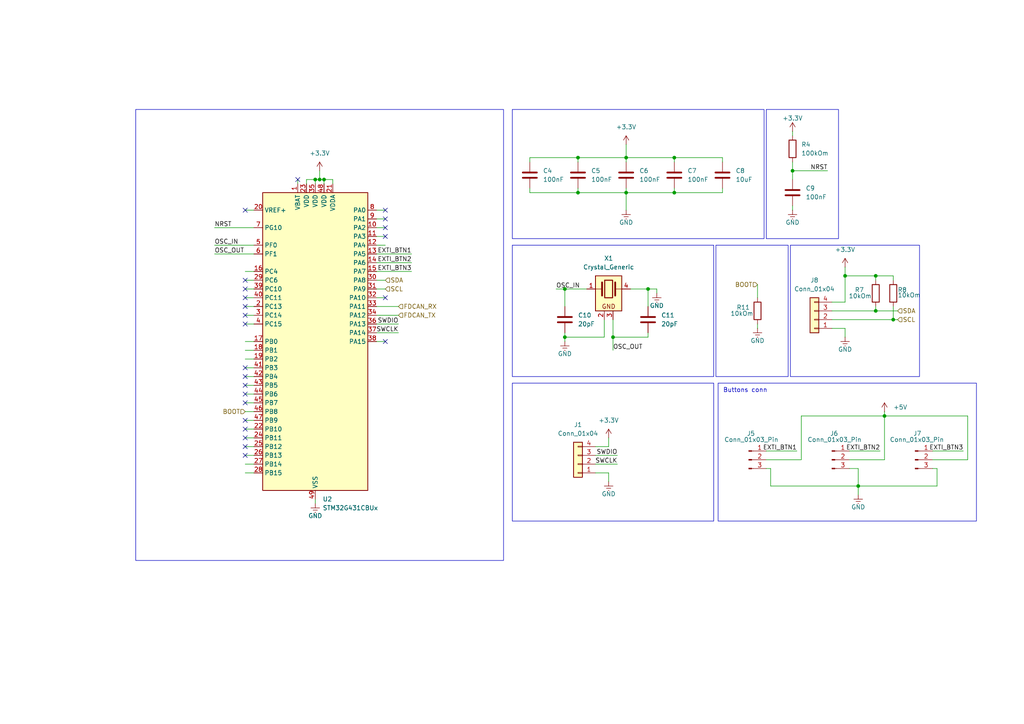
<source format=kicad_sch>
(kicad_sch (version 20250114) (generator "eeschema") (generator_version "9.0")
  (paper "A4")
  (lib_symbols
    (symbol "Connector:Conn_01x03_Pin" (pin_names (offset 1.016) (hide yes))
      (property "Reference" "J" (at 0 5.08 0))
      (property "Value" "Conn_01x03_Pin" (at 0 -5.08 0))
      (symbol "Conn_01x03_Pin_1_1"
        (rectangle (start 0.8636 2.667) (end 0 2.413) (stroke (width 0.1524)) (fill (type outline)))
        (rectangle (start 0.8636 0.127) (end 0 -0.127) (stroke (width 0.1524)) (fill (type outline)))
        (rectangle (start 0.8636 -2.413) (end 0 -2.667) (stroke (width 0.1524)) (fill (type outline)))
        (polyline (pts (xy 1.27 2.54) (xy 0.8636 2.54)) (stroke (width 0.1524)))
        (polyline (pts (xy 1.27 0) (xy 0.8636 0)) (stroke (width 0.1524)))
        (polyline (pts (xy 1.27 -2.54) (xy 0.8636 -2.54)) (stroke (width 0.1524)))
        (pin passive line (at 5.08 2.54 180) (length 3.81) (name "Pin_1") (number "1"))
        (pin passive line (at 5.08 0 180) (length 3.81) (name "Pin_2") (number "2"))
        (pin passive line (at 5.08 -2.54 180) (length 3.81) (name "Pin_3") (number "3"))
      )
    )
    (symbol "Connector_Generic:Conn_01x04" (pin_names (offset 1.016) (hide yes))
      (property "Reference" "J" (at 0 5.08 0))
      (property "Value" "Conn_01x04" (at 0 -7.62 0))
      (symbol "Conn_01x04_1_1"
        (rectangle (start -1.27 3.81) (end 1.27 -6.35) (stroke (width 0.254)) (fill (type background)))
        (rectangle (start -1.27 2.667) (end 0 2.413) (stroke (width 0.1524)))
        (rectangle (start -1.27 0.127) (end 0 -0.127) (stroke (width 0.1524)))
        (rectangle (start -1.27 -2.413) (end 0 -2.667) (stroke (width 0.1524)))
        (rectangle (start -1.27 -4.953) (end 0 -5.207) (stroke (width 0.1524)))
        (pin passive line (at -5.08 2.54 0) (length 3.81) (name "Pin_1") (number "1"))
        (pin passive line (at -5.08 0 0) (length 3.81) (name "Pin_2") (number "2"))
        (pin passive line (at -5.08 -2.54 0) (length 3.81) (name "Pin_3") (number "3"))
        (pin passive line (at -5.08 -5.08 0) (length 3.81) (name "Pin_4") (number "4"))
      )
    )
    (symbol "Device:C" (pin_numbers (hide yes)) (pin_names (offset 0.254))
      (property "Reference" "C" (at 0.635 2.54 0))
      (property "Value" "C" (at 0.635 -2.54 0))
      (symbol "C_0_1"
        (polyline (pts (xy -2.032 0.762) (xy 2.032 0.762)) (stroke (width 0.508)))
        (polyline (pts (xy -2.032 -0.762) (xy 2.032 -0.762)) (stroke (width 0.508)))
      )
      (symbol "C_1_1"
        (pin passive line (at 0 3.81 270) (length 2.794) (name "~") (number "1"))
        (pin passive line (at 0 -3.81 90) (length 2.794) (name "~") (number "2"))
      )
    )
    (symbol "Device:R" (pin_numbers (hide yes)) (pin_names (offset 0))
      (property "Reference" "R" (at 2.032 0 90))
      (property "Value" "R" (at 0 0 90))
      (symbol "R_0_1"
        (rectangle (start -1.016 -2.54) (end 1.016 2.54) (stroke (width 0.254)))
      )
      (symbol "R_1_1"
        (pin passive line (at 0 3.81 270) (length 1.27) (name "~") (number "1"))
        (pin passive line (at 0 -3.81 90) (length 1.27) (name "~") (number "2"))
      )
    )
    (symbol "MCU_ST_STM32G4:STM32G431CBUx"
      (property "Reference" "U" (at -15.24 44.45 0))
      (property "Value" "STM32G431CBUx" (at 7.62 44.45 0))
      (symbol "STM32G431CBUx_0_1"
        (rectangle (start -15.24 -43.18) (end 15.24 43.18) (stroke (width 0.254)) (fill (type background)))
      )
      (symbol "STM32G431CBUx_1_1"
        (pin input line (at -17.78 38.1 0) (length 2.54) (name "VREF+") (number "20"))
        (pin bidirectional line (at -17.78 33.02 0) (length 2.54) (name "PG10") (number "7"))
        (pin bidirectional line (at -17.78 27.94 0) (length 2.54) (name "PF0") (number "5"))
        (pin bidirectional line (at -17.78 25.4 0) (length 2.54) (name "PF1") (number "6"))
        (pin bidirectional line (at -17.78 20.32 0) (length 2.54) (name "PC4") (number "16"))
        (pin bidirectional line (at -17.78 17.78 0) (length 2.54) (name "PC6") (number "29"))
        (pin bidirectional line (at -17.78 15.24 0) (length 2.54) (name "PC10") (number "39"))
        (pin bidirectional line (at -17.78 12.7 0) (length 2.54) (name "PC11") (number "40"))
        (pin bidirectional line (at -17.78 10.16 0) (length 2.54) (name "PC13") (number "2"))
        (pin bidirectional line (at -17.78 7.62 0) (length 2.54) (name "PC14") (number "3"))
        (pin bidirectional line (at -17.78 5.08 0) (length 2.54) (name "PC15") (number "4"))
        (pin bidirectional line (at -17.78 0 0) (length 2.54) (name "PB0") (number "17"))
        (pin bidirectional line (at -17.78 -2.54 0) (length 2.54) (name "PB1") (number "18"))
        (pin bidirectional line (at -17.78 -5.08 0) (length 2.54) (name "PB2") (number "19"))
        (pin bidirectional line (at -17.78 -7.62 0) (length 2.54) (name "PB3") (number "41"))
        (pin bidirectional line (at -17.78 -10.16 0) (length 2.54) (name "PB4") (number "42"))
        (pin bidirectional line (at -17.78 -12.7 0) (length 2.54) (name "PB5") (number "43"))
        (pin bidirectional line (at -17.78 -15.24 0) (length 2.54) (name "PB6") (number "44"))
        (pin bidirectional line (at -17.78 -17.78 0) (length 2.54) (name "PB7") (number "45"))
        (pin bidirectional line (at -17.78 -20.32 0) (length 2.54) (name "PB8") (number "46"))
        (pin bidirectional line (at -17.78 -22.86 0) (length 2.54) (name "PB9") (number "47"))
        (pin bidirectional line (at -17.78 -25.4 0) (length 2.54) (name "PB10") (number "22"))
        (pin bidirectional line (at -17.78 -27.94 0) (length 2.54) (name "PB11") (number "24"))
        (pin bidirectional line (at -17.78 -30.48 0) (length 2.54) (name "PB12") (number "25"))
        (pin bidirectional line (at -17.78 -33.02 0) (length 2.54) (name "PB13") (number "26"))
        (pin bidirectional line (at -17.78 -35.56 0) (length 2.54) (name "PB14") (number "27"))
        (pin bidirectional line (at -17.78 -38.1 0) (length 2.54) (name "PB15") (number "28"))
        (pin power_in line (at -5.08 45.72 270) (length 2.54) (name "VBAT") (number "1"))
        (pin power_in line (at -2.54 45.72 270) (length 2.54) (name "VDD") (number "23"))
        (pin power_in line (at 0 45.72 270) (length 2.54) (name "VDD") (number "35"))
        (pin power_in line (at 0 -45.72 90) (length 2.54) (name "VSS") (number "49"))
        (pin power_in line (at 2.54 45.72 270) (length 2.54) (name "VDD") (number "48"))
        (pin power_in line (at 5.08 45.72 270) (length 2.54) (name "VDDA") (number "21"))
        (pin bidirectional line (at 17.78 38.1 180) (length 2.54) (name "PA0") (number "8"))
        (pin bidirectional line (at 17.78 35.56 180) (length 2.54) (name "PA1") (number "9"))
        (pin bidirectional line (at 17.78 33.02 180) (length 2.54) (name "PA2") (number "10"))
        (pin bidirectional line (at 17.78 30.48 180) (length 2.54) (name "PA3") (number "11"))
        (pin bidirectional line (at 17.78 27.94 180) (length 2.54) (name "PA4") (number "12"))
        (pin bidirectional line (at 17.78 25.4 180) (length 2.54) (name "PA5") (number "13"))
        (pin bidirectional line (at 17.78 22.86 180) (length 2.54) (name "PA6") (number "14"))
        (pin bidirectional line (at 17.78 20.32 180) (length 2.54) (name "PA7") (number "15"))
        (pin bidirectional line (at 17.78 17.78 180) (length 2.54) (name "PA8") (number "30"))
        (pin bidirectional line (at 17.78 15.24 180) (length 2.54) (name "PA9") (number "31"))
        (pin bidirectional line (at 17.78 12.7 180) (length 2.54) (name "PA10") (number "32"))
        (pin bidirectional line (at 17.78 10.16 180) (length 2.54) (name "PA11") (number "33"))
        (pin bidirectional line (at 17.78 7.62 180) (length 2.54) (name "PA12") (number "34"))
        (pin bidirectional line (at 17.78 5.08 180) (length 2.54) (name "PA13") (number "36"))
        (pin bidirectional line (at 17.78 2.54 180) (length 2.54) (name "PA14") (number "37"))
        (pin bidirectional line (at 17.78 0 180) (length 2.54) (name "PA15") (number "38"))
      )
    )
    (symbol "PCM_Crystal_AKL:Crystal_Generic_GND23" (pin_names (offset 1.016) (hide yes))
      (property "Reference" "X" (at 0 8.89 0))
      (property "Value" "Crystal_Generic" (at 0 6.35 0))
      (symbol "Crystal_Generic_GND23_0_1"
        (rectangle (start -3.81 3.81) (end 3.81 -6.35) (stroke (width 0.254)) (fill (type background)))
        (polyline (pts (xy -3.81 0) (xy -1.905 0)))
        (polyline (pts (xy -1.905 -1.905) (xy -1.905 1.905)) (stroke (width 0.508)))
        (rectangle (start -1.143 2.54) (end 1.143 -2.54) (stroke (width 0.3048)))
        (polyline (pts (xy 1.905 -1.905) (xy 1.905 1.905)) (stroke (width 0.508)))
        (polyline (pts (xy 3.81 0) (xy 1.905 0)))
        (text "GND" (at 0 -5.08 0) (effects (font (size 1.27 1.27))))
      )
      (symbol "Crystal_Generic_GND23_1_1"
        (pin passive line (at -6.35 0 0) (length 2.54) (name "1") (number "1"))
        (pin passive line (at -1.27 -8.89 90) (length 2.54) (name "2") (number "2"))
        (pin passive line (at 1.27 -8.89 90) (length 2.54) (name "3") (number "3"))
        (pin passive line (at 6.35 0 180) (length 2.54) (name "4") (number "4"))
      )
    )
    (symbol "power:+3.3V" (power) (pin_numbers (hide yes)) (pin_names (offset 0) (hide yes))
      (property "Value" "+3.3V" (at 0 3.556 0))
      (symbol "+3.3V_0_1"
        (polyline (pts (xy -0.762 1.27) (xy 0 2.54)))
        (polyline (pts (xy 0 2.54) (xy 0.762 1.27)))
        (polyline (pts (xy 0 0) (xy 0 2.54)))
      )
      (symbol "+3.3V_1_1"
        (pin power_in line (at 0 0 90) (length 0) (name "~") (number "1"))
      )
    )
    (symbol "power:Earth" (power) (pin_numbers (hide yes)) (pin_names (offset 0) (hide yes))
      (property "Value" "Earth" (at 0 -3.81 0))
      (symbol "Earth_0_1"
        (polyline (pts (xy -0.635 -1.905) (xy 0.635 -1.905)))
        (polyline (pts (xy -0.127 -2.54) (xy 0.127 -2.54)))
        (polyline (pts (xy 0 -1.27) (xy 0 0)))
        (polyline (pts (xy 1.27 -1.27) (xy -1.27 -1.27)))
      )
      (symbol "Earth_1_1"
        (pin power_in line (at 0 0 270) (length 0) (name "~") (number "1"))
      )
    )
  )
  (rectangle (start 222.25 31.75) (end 243.205 69.215))
  (rectangle (start 207.645 71.12) (end 228.6 109.22))
  (rectangle (start 148.59 31.75) (end 221.615 69.215))
  (rectangle (start 148.59 111.125) (end 207.01 151.13))
  (rectangle (start 148.59 71.12) (end 207.01 109.22))
  (rectangle (start 229.235 71.12) (end 266.7 109.22))
  (rectangle (start 208.28 111.125) (end 283.21 151.13))
  (rectangle (start 39.37 31.75) (end 146.05 162.56))
  (text "Buttons conn\n" (at 216.154 113.284 0) (effects (font (size 1.27 1.27))))
  (junction (at 248.92 140.97))
  (junction (at 163.83 83.82))
  (junction (at 177.8 97.79))
  (junction (at 181.61 55.88))
  (junction (at 254 90.17))
  (junction (at 91.44 52.07))
  (junction (at 163.83 97.79))
  (junction (at 93.98 52.07))
  (junction (at 187.96 83.82))
  (junction (at 229.87 49.53))
  (junction (at 195.58 55.88))
  (junction (at 167.64 45.72))
  (junction (at 167.64 55.88))
  (junction (at 195.58 45.72))
  (junction (at 254 80.01))
  (junction (at 259.08 92.71))
  (junction (at 245.11 80.01))
  (junction (at 92.71 52.07))
  (junction (at 181.61 45.72))
  (junction (at 256.54 120.65))
  (no_connect (at 71.12 83.82))
  (no_connect (at 71.12 109.22))
  (no_connect (at 71.12 81.28))
  (no_connect (at 71.12 91.44))
  (no_connect (at 71.12 106.68))
  (no_connect (at 71.12 86.36))
  (no_connect (at 71.12 116.84))
  (no_connect (at 86.36 52.07))
  (no_connect (at 71.12 124.46))
  (no_connect (at 111.76 60.96))
  (no_connect (at 111.76 68.58))
  (no_connect (at 111.76 66.04))
  (no_connect (at 71.12 60.96))
  (no_connect (at 71.12 132.08))
  (no_connect (at 71.12 93.98))
  (no_connect (at 111.76 86.36))
  (no_connect (at 71.12 121.92))
  (no_connect (at 71.12 111.76))
  (no_connect (at 111.76 99.06))
  (no_connect (at 71.12 88.9))
  (no_connect (at 71.12 127))
  (no_connect (at 71.12 129.54))
  (no_connect (at 71.12 114.3))
  (no_connect (at 111.76 63.5))
  (wire (pts (xy 256.54 120.65) (xy 256.54 133.35)))
  (wire (pts (xy 219.71 93.98) (xy 219.71 95.25)))
  (wire (pts (xy 109.22 76.2) (xy 119.38 76.2)))
  (wire (pts (xy 71.12 106.68) (xy 73.66 106.68)))
  (wire (pts (xy 241.3 87.63) (xy 245.11 87.63)))
  (wire (pts (xy 71.12 78.74) (xy 73.66 78.74)))
  (wire (pts (xy 71.12 111.76) (xy 73.66 111.76)))
  (wire (pts (xy 241.3 95.25) (xy 245.11 95.25)))
  (wire (pts (xy 280.67 133.35) (xy 280.67 120.65)))
  (wire (pts (xy 223.52 140.97) (xy 223.52 135.89)))
  (wire (pts (xy 109.22 93.98) (xy 115.57 93.98)))
  (wire (pts (xy 195.58 55.88) (xy 209.55 55.88)))
  (wire (pts (xy 109.22 66.04) (xy 111.76 66.04)))
  (wire (pts (xy 172.72 137.16) (xy 176.53 137.16)))
  (wire (pts (xy 161.29 83.82) (xy 163.83 83.82)))
  (wire (pts (xy 181.61 46.99) (xy 181.61 45.72)))
  (wire (pts (xy 71.12 124.46) (xy 73.66 124.46)))
  (wire (pts (xy 71.12 121.92) (xy 73.66 121.92)))
  (wire (pts (xy 256.54 119.38) (xy 256.54 120.65)))
  (wire (pts (xy 248.92 140.97) (xy 248.92 143.51)))
  (wire (pts (xy 176.53 129.54) (xy 176.53 127)))
  (wire (pts (xy 223.52 135.89) (xy 222.25 135.89)))
  (wire (pts (xy 153.67 45.72) (xy 167.64 45.72)))
  (wire (pts (xy 232.41 133.35) (xy 222.25 133.35)))
  (wire (pts (xy 181.61 45.72) (xy 195.58 45.72)))
  (wire (pts (xy 280.67 120.65) (xy 256.54 120.65)))
  (wire (pts (xy 177.8 97.79) (xy 187.96 97.79)))
  (wire (pts (xy 190.5 85.09) (xy 190.5 83.82)))
  (wire (pts (xy 241.3 90.17) (xy 254 90.17)))
  (wire (pts (xy 172.72 129.54) (xy 176.53 129.54)))
  (wire (pts (xy 177.8 92.71) (xy 177.8 97.79)))
  (wire (pts (xy 246.38 135.89) (xy 248.92 135.89)))
  (wire (pts (xy 71.12 86.36) (xy 73.66 86.36)))
  (wire (pts (xy 231.14 130.81) (xy 222.25 130.81)))
  (wire (pts (xy 255.27 130.81) (xy 246.38 130.81)))
  (wire (pts (xy 209.55 54.61) (xy 209.55 55.88)))
  (wire (pts (xy 62.23 66.04) (xy 73.66 66.04)))
  (wire (pts (xy 175.26 92.71) (xy 175.26 97.79)))
  (wire (pts (xy 109.22 71.12) (xy 111.76 71.12)))
  (wire (pts (xy 219.71 82.55) (xy 219.71 86.36)))
  (wire (pts (xy 271.78 135.89) (xy 270.51 135.89)))
  (wire (pts (xy 71.12 81.28) (xy 73.66 81.28)))
  (wire (pts (xy 71.12 99.06) (xy 73.66 99.06)))
  (wire (pts (xy 71.12 129.54) (xy 73.66 129.54)))
  (wire (pts (xy 271.78 140.97) (xy 271.78 135.89)))
  (wire (pts (xy 71.12 119.38) (xy 73.66 119.38)))
  (wire (pts (xy 93.98 52.07) (xy 93.98 53.34)))
  (wire (pts (xy 96.52 53.34) (xy 96.52 52.07)))
  (wire (pts (xy 177.8 97.79) (xy 177.8 101.6)))
  (wire (pts (xy 229.87 38.1) (xy 229.87 39.37)))
  (wire (pts (xy 163.83 83.82) (xy 170.18 83.82)))
  (wire (pts (xy 181.61 55.88) (xy 181.61 60.96)))
  (wire (pts (xy 256.54 133.35) (xy 246.38 133.35)))
  (wire (pts (xy 167.64 45.72) (xy 181.61 45.72)))
  (wire (pts (xy 109.22 83.82) (xy 111.76 83.82)))
  (wire (pts (xy 109.22 78.74) (xy 119.38 78.74)))
  (wire (pts (xy 245.11 87.63) (xy 245.11 80.01)))
  (wire (pts (xy 163.83 99.06) (xy 163.83 97.79)))
  (wire (pts (xy 71.12 127) (xy 73.66 127)))
  (wire (pts (xy 187.96 96.52) (xy 187.96 97.79)))
  (wire (pts (xy 167.64 55.88) (xy 181.61 55.88)))
  (wire (pts (xy 181.61 55.88) (xy 195.58 55.88)))
  (wire (pts (xy 259.08 88.9) (xy 259.08 92.71)))
  (wire (pts (xy 190.5 83.82) (xy 187.96 83.82)))
  (wire (pts (xy 71.12 109.22) (xy 73.66 109.22)))
  (wire (pts (xy 153.67 54.61) (xy 153.67 55.88)))
  (wire (pts (xy 254 88.9) (xy 254 90.17)))
  (wire (pts (xy 209.55 46.99) (xy 209.55 45.72)))
  (wire (pts (xy 71.12 132.08) (xy 73.66 132.08)))
  (wire (pts (xy 167.64 45.72) (xy 167.64 46.99)))
  (wire (pts (xy 91.44 53.34) (xy 91.44 52.07)))
  (wire (pts (xy 71.12 104.14) (xy 73.66 104.14)))
  (wire (pts (xy 175.26 97.79) (xy 163.83 97.79)))
  (wire (pts (xy 232.41 120.65) (xy 256.54 120.65)))
  (wire (pts (xy 254 80.01) (xy 259.08 80.01)))
  (wire (pts (xy 223.52 140.97) (xy 248.92 140.97)))
  (wire (pts (xy 96.52 52.07) (xy 93.98 52.07)))
  (wire (pts (xy 71.12 93.98) (xy 73.66 93.98)))
  (wire (pts (xy 62.23 71.12) (xy 73.66 71.12)))
  (wire (pts (xy 182.88 83.82) (xy 187.96 83.82)))
  (wire (pts (xy 109.22 68.58) (xy 111.76 68.58)))
  (wire (pts (xy 88.9 53.34) (xy 88.9 52.07)))
  (wire (pts (xy 195.58 45.72) (xy 209.55 45.72)))
  (wire (pts (xy 254 90.17) (xy 260.35 90.17)))
  (wire (pts (xy 109.22 91.44) (xy 115.57 91.44)))
  (wire (pts (xy 91.44 146.05) (xy 91.44 144.78)))
  (wire (pts (xy 109.22 96.52) (xy 115.57 96.52)))
  (wire (pts (xy 229.87 49.53) (xy 229.87 52.07)))
  (wire (pts (xy 71.12 134.62) (xy 73.66 134.62)))
  (wire (pts (xy 109.22 81.28) (xy 111.76 81.28)))
  (wire (pts (xy 172.72 134.62) (xy 179.07 134.62)))
  (wire (pts (xy 71.12 137.16) (xy 73.66 137.16)))
  (wire (pts (xy 71.12 83.82) (xy 73.66 83.82)))
  (wire (pts (xy 181.61 41.91) (xy 181.61 45.72)))
  (wire (pts (xy 259.08 92.71) (xy 260.35 92.71)))
  (wire (pts (xy 241.3 92.71) (xy 259.08 92.71)))
  (wire (pts (xy 248.92 140.97) (xy 271.78 140.97)))
  (wire (pts (xy 71.12 101.6) (xy 73.66 101.6)))
  (wire (pts (xy 259.08 80.01) (xy 259.08 81.28)))
  (wire (pts (xy 240.03 49.53) (xy 229.87 49.53)))
  (wire (pts (xy 163.83 96.52) (xy 163.83 97.79)))
  (wire (pts (xy 62.23 73.66) (xy 73.66 73.66)))
  (wire (pts (xy 71.12 88.9) (xy 73.66 88.9)))
  (wire (pts (xy 232.41 133.35) (xy 232.41 120.65)))
  (wire (pts (xy 91.44 52.07) (xy 92.71 52.07)))
  (wire (pts (xy 187.96 83.82) (xy 187.96 88.9)))
  (wire (pts (xy 229.87 49.53) (xy 229.87 46.99)))
  (wire (pts (xy 92.71 49.53) (xy 92.71 52.07)))
  (wire (pts (xy 153.67 46.99) (xy 153.67 45.72)))
  (wire (pts (xy 88.9 52.07) (xy 91.44 52.07)))
  (wire (pts (xy 245.11 77.47) (xy 245.11 80.01)))
  (wire (pts (xy 71.12 114.3) (xy 73.66 114.3)))
  (wire (pts (xy 71.12 116.84) (xy 73.66 116.84)))
  (wire (pts (xy 176.53 137.16) (xy 176.53 139.7)))
  (wire (pts (xy 71.12 91.44) (xy 73.66 91.44)))
  (wire (pts (xy 167.64 54.61) (xy 167.64 55.88)))
  (wire (pts (xy 109.22 88.9) (xy 115.57 88.9)))
  (wire (pts (xy 86.36 52.07) (xy 86.36 53.34)))
  (wire (pts (xy 109.22 86.36) (xy 111.76 86.36)))
  (wire (pts (xy 279.4 130.81) (xy 270.51 130.81)))
  (wire (pts (xy 254 81.28) (xy 254 80.01)))
  (wire (pts (xy 270.51 133.35) (xy 280.67 133.35)))
  (wire (pts (xy 245.11 80.01) (xy 254 80.01)))
  (wire (pts (xy 248.92 135.89) (xy 248.92 140.97)))
  (wire (pts (xy 109.22 99.06) (xy 111.76 99.06)))
  (wire (pts (xy 195.58 46.99) (xy 195.58 45.72)))
  (wire (pts (xy 181.61 54.61) (xy 181.61 55.88)))
  (wire (pts (xy 109.22 60.96) (xy 111.76 60.96)))
  (wire (pts (xy 195.58 54.61) (xy 195.58 55.88)))
  (wire (pts (xy 109.22 73.66) (xy 119.38 73.66)))
  (wire (pts (xy 245.11 95.25) (xy 245.11 97.79)))
  (wire (pts (xy 172.72 132.08) (xy 179.07 132.08)))
  (wire (pts (xy 111.76 63.5) (xy 109.22 63.5)))
  (wire (pts (xy 163.83 83.82) (xy 163.83 88.9)))
  (wire (pts (xy 71.12 60.96) (xy 73.66 60.96)))
  (wire (pts (xy 229.87 59.69) (xy 229.87 60.96)))
  (wire (pts (xy 153.67 55.88) (xy 167.64 55.88)))
  (wire (pts (xy 92.71 52.07) (xy 93.98 52.07)))
  (label "SWCLK" (at 115.57 96.52 180))
  (label "EXTI_BTN2" (at 119.38 76.2 180))
  (label "OSC_OUT" (at 62.23 73.66 0))
  (label "EXTI_BTN2" (at 255.27 130.81 180))
  (label "EXTI_BTN1" (at 231.14 130.81 180))
  (label "OSC_IN" (at 161.29 83.82 0))
  (label "OSC_IN" (at 62.23 71.12 0))
  (label "SWDIO" (at 115.57 93.98 180))
  (label "SWDIO" (at 179.07 132.08 180))
  (label "OSC_OUT" (at 177.8 101.6 0))
  (label "NRST" (at 62.23 66.04 0))
  (label "NRST" (at 240.03 49.53 180))
  (label "EXTI_BTN3" (at 119.38 78.74 180))
  (label "EXTI_BTN1" (at 119.38 73.66 180))
  (label "SWCLK" (at 179.07 134.62 180))
  (label "EXTI_BTN3" (at 279.4 130.81 180))
  (hierarchical_label "FDCAN_RX" (shape input) (at 115.57 88.9 0))
  (hierarchical_label "SCL" (shape input) (at 111.76 83.82 0))
  (hierarchical_label "SCL" (shape input) (at 260.35 92.71 0))
  (hierarchical_label "SDA" (shape input) (at 111.76 81.28 0))
  (hierarchical_label "FDCAN_TX" (shape input) (at 115.57 91.44 0))
  (hierarchical_label "SDA" (shape input) (at 260.35 90.17 0))
  (hierarchical_label "BOOT" (shape input) (at 219.71 82.55 180))
  (hierarchical_label "BOOT" (shape input) (at 71.12 119.38 180))
  (symbol (lib_id "Connector:Conn_01x03_Pin") (at 241.3 133.35 0) (unit 1)
    (property "Reference" "J6" (at 241.935 125.73 0))
    (property "Value" "Conn_01x03_Pin" (at 242.062 127.508 0))
    (property "Footprint" "Connector_JST:JST_EH_S3B-EH_1x03_P2.50mm_Horizontal" (effects (hide yes)))
    (property "Description" "Generic connector, single row, 01x03, script generated" (effects (hide yes)))
  )
  (symbol (lib_id "Device:C") (at 163.83 92.71 0) (unit 1)
    (property "Reference" "C10" (at 167.64 91.4399 0) (effects (justify left)))
    (property "Value" "20pF" (at 167.64 93.9799 0) (effects (justify left)))
    (property "Footprint" "Capacitor_SMD:C_0603_1608Metric" (effects (hide yes)))
    (property "Description" "Unpolarized capacitor" (effects (hide yes)))
  )
  (symbol (lib_id "MCU_ST_STM32G4:STM32G431CBUx") (at 91.44 99.06 0) (unit 1)
    (property "Reference" "U2" (at 93.5833 144.78 0) (effects (justify left)))
    (property "Value" "STM32G431CBUx" (at 93.5833 147.32 0) (effects (justify left)))
    (property "Footprint" "Package_DFN_QFN:QFN-48-1EP_7x7mm_P0.5mm_EP5.6x5.6mm" (effects (hide yes)))
    (property "Datasheet" "https://www.st.com/resource/en/datasheet/stm32g431cb.pdf" (effects (hide yes)))
    (property "Description" "STMicroelectronics Arm Cortex-M4 MCU, 128KB flash, 32KB RAM, 170 MHz, 1.71-3.6V, 42 GPIO, UFQFPN48" (effects (hide yes)))
  )
  (symbol (lib_id "Device:C") (at 229.87 55.88 0) (unit 1)
    (property "Reference" "C9" (at 233.68 54.6099 0) (effects (justify left)))
    (property "Value" "100nF" (at 233.68 57.1499 0) (effects (justify left)))
    (property "Footprint" "Capacitor_SMD:C_0603_1608Metric" (effects (hide yes)))
    (property "Description" "Unpolarized capacitor" (effects (hide yes)))
  )
  (symbol (lib_id "Connector:Conn_01x03_Pin") (at 265.43 133.35 0) (unit 1)
    (property "Reference" "J7" (at 266.065 125.73 0))
    (property "Value" "Conn_01x03_Pin" (at 265.938 127.508 0))
    (property "Footprint" "Connector_JST:JST_EH_S3B-EH_1x03_P2.50mm_Horizontal" (effects (hide yes)))
    (property "Description" "Generic connector, single row, 01x03, script generated" (effects (hide yes)))
  )
  (symbol (lib_id "Connector_Generic:Conn_01x04") (at 167.64 134.62 180) (unit 1)
    (property "Reference" "J1" (at 167.64 123.19 0))
    (property "Value" "Conn_01x04" (at 167.64 125.73 0))
    (property "Footprint" "Connector_PinHeader_2.54mm:PinHeader_1x04_P2.54mm_Vertical" (effects (hide yes)))
    (property "Description" "Generic connector, single row, 01x04, script generated (kicad-library-utils/schlib/autogen/connector/)" (effects (hide yes)))
  )
  (symbol (lib_id "Device:R") (at 254 85.09 0) (unit 1)
    (property "Reference" "R7" (at 247.904 84.074 0) (effects (justify left)))
    (property "Value" "10kOm" (at 246.126 85.852 0) (effects (justify left)))
    (property "Footprint" "Resistor_SMD:R_0402_1005Metric" (effects (hide yes)))
    (property "Description" "Resistor" (effects (hide yes)))
  )
  (symbol (lib_id "power:Earth") (at 163.83 99.06 0) (unit 1)
    (property "Reference" "#PWR012" (effects (hide yes)))
    (property "Value" "GND" (at 163.83 102.616 0))
    (property "Description" "Power symbol creates a global label with name \"Earth\"" (effects (hide yes)))
  )
  (symbol (lib_id "Device:C") (at 195.58 50.8 0) (unit 1)
    (property "Reference" "C7" (at 199.39 49.5299 0) (effects (justify left)))
    (property "Value" "100nF" (at 199.39 52.0699 0) (effects (justify left)))
    (property "Footprint" "Capacitor_SMD:C_0603_1608Metric" (effects (hide yes)))
    (property "Description" "Unpolarized capacitor" (effects (hide yes)))
  )
  (symbol (lib_id "power:+3.3V") (at 256.54 119.38 0) (unit 1)
    (property "Reference" "#PWR05" (effects (hide yes)))
    (property "Value" "+5V" (at 259.08 118.1099 0) (effects (justify left)))
    (property "Description" "Power symbol creates a global label with name \"+3.3V\"" (effects (hide yes)))
  )
  (symbol (lib_id "power:Earth") (at 248.92 143.51 0) (unit 1)
    (property "Reference" "#PWR021" (effects (hide yes)))
    (property "Value" "GND" (at 248.92 147.066 0))
    (property "Description" "Power symbol creates a global label with name \"Earth\"" (effects (hide yes)))
  )
  (symbol (lib_id "Device:C") (at 209.55 50.8 0) (unit 1)
    (property "Reference" "C8" (at 213.36 49.5299 0) (effects (justify left)))
    (property "Value" "10uF" (at 213.36 52.0699 0) (effects (justify left)))
    (property "Footprint" "Capacitor_SMD:C_0805_2012Metric" (effects (hide yes)))
    (property "Description" "Unpolarized capacitor" (effects (hide yes)))
  )
  (symbol (lib_id "Device:C") (at 187.96 92.71 0) (unit 1)
    (property "Reference" "C11" (at 191.77 91.4399 0) (effects (justify left)))
    (property "Value" "20pF" (at 191.77 93.9799 0) (effects (justify left)))
    (property "Footprint" "Capacitor_SMD:C_0603_1608Metric" (effects (hide yes)))
    (property "Description" "Unpolarized capacitor" (effects (hide yes)))
  )
  (symbol (lib_id "power:+3.3V") (at 229.87 38.1 0) (unit 1)
    (property "Reference" "#PWR06" (effects (hide yes)))
    (property "Value" "+3.3V" (at 229.87 34.29 0))
    (property "Description" "Power symbol creates a global label with name \"+3.3V\"" (effects (hide yes)))
  )
  (symbol (lib_id "power:Earth") (at 229.87 60.96 0) (unit 1)
    (property "Reference" "#PWR010" (effects (hide yes)))
    (property "Value" "GND" (at 229.87 64.516 0))
    (property "Description" "Power symbol creates a global label with name \"Earth\"" (effects (hide yes)))
  )
  (symbol (lib_id "power:Earth") (at 91.44 146.05 0) (unit 1)
    (property "Reference" "#PWR014" (effects (hide yes)))
    (property "Value" "GND" (at 91.44 149.606 0))
    (property "Description" "Power symbol creates a global label with name \"Earth\"" (effects (hide yes)))
  )
  (symbol (lib_id "power:Earth") (at 219.71 95.25 0) (unit 1)
    (property "Reference" "#PWR036" (effects (hide yes)))
    (property "Value" "GND" (at 219.71 98.806 0))
    (property "Description" "Power symbol creates a global label with name \"Earth\"" (effects (hide yes)))
  )
  (symbol (lib_id "power:+3.3V") (at 176.53 127 0) (unit 1)
    (property "Reference" "#PWR013" (effects (hide yes)))
    (property "Value" "+3.3V" (at 176.53 121.92 0))
    (property "Description" "Power symbol creates a global label with name \"+3.3V\"" (effects (hide yes)))
  )
  (symbol (lib_id "power:+3.3V") (at 245.11 77.47 0) (unit 1)
    (property "Reference" "#PWR022" (effects (hide yes)))
    (property "Value" "+3.3V" (at 245.11 72.39 0))
    (property "Description" "Power symbol creates a global label with name \"+3.3V\"" (effects (hide yes)))
  )
  (symbol (lib_id "Device:R") (at 259.08 85.09 0) (unit 1)
    (property "Reference" "R8" (at 260.35 84.074 0) (effects (justify left)))
    (property "Value" "10kOm" (at 260.35 85.598 0) (effects (justify left)))
    (property "Footprint" "Resistor_SMD:R_0402_1005Metric" (effects (hide yes)))
    (property "Description" "Resistor" (effects (hide yes)))
  )
  (symbol (lib_id "Device:R") (at 229.87 43.18 0) (unit 1)
    (property "Reference" "R4" (at 232.41 41.9099 0) (effects (justify left)))
    (property "Value" "100kOm" (at 232.41 44.4499 0) (effects (justify left)))
    (property "Footprint" "Resistor_SMD:R_0603_1608Metric" (effects (hide yes)))
    (property "Description" "Resistor" (effects (hide yes)))
  )
  (symbol (lib_id "Device:C") (at 181.61 50.8 0) (unit 1)
    (property "Reference" "C6" (at 185.42 49.5299 0) (effects (justify left)))
    (property "Value" "100nF" (at 185.42 52.0699 0) (effects (justify left)))
    (property "Footprint" "Capacitor_SMD:C_0603_1608Metric" (effects (hide yes)))
    (property "Description" "Unpolarized capacitor" (effects (hide yes)))
  )
  (symbol (lib_id "Connector_Generic:Conn_01x04") (at 236.22 92.71 180) (unit 1)
    (property "Reference" "J8" (at 236.22 81.28 0))
    (property "Value" "Conn_01x04" (at 236.22 83.82 0))
    (property "Footprint" "Connector_JST:JST_EH_S4B-EH_1x04_P2.50mm_Horizontal" (effects (hide yes)))
    (property "Description" "Generic connector, single row, 01x04, script generated (kicad-library-utils/schlib/autogen/connector/)" (effects (hide yes)))
  )
  (symbol (lib_id "Device:R") (at 219.71 90.17 0) (unit 1)
    (property "Reference" "R11" (at 213.614 89.154 0) (effects (justify left)))
    (property "Value" "10kOm" (at 211.836 90.932 0) (effects (justify left)))
    (property "Footprint" "Resistor_SMD:R_0402_1005Metric" (effects (hide yes)))
    (property "Description" "Resistor" (effects (hide yes)))
  )
  (symbol (lib_id "power:Earth") (at 181.61 60.96 0) (unit 1)
    (property "Reference" "#PWR09" (effects (hide yes)))
    (property "Value" "GND" (at 181.61 64.516 0))
    (property "Description" "Power symbol creates a global label with name \"Earth\"" (effects (hide yes)))
  )
  (symbol (lib_id "power:Earth") (at 245.11 97.79 0) (unit 1)
    (property "Reference" "#PWR023" (effects (hide yes)))
    (property "Value" "GND" (at 245.11 101.346 0))
    (property "Description" "Power symbol creates a global label with name \"Earth\"" (effects (hide yes)))
  )
  (symbol (lib_id "Device:C") (at 167.64 50.8 0) (unit 1)
    (property "Reference" "C5" (at 171.45 49.5299 0) (effects (justify left)))
    (property "Value" "100nF" (at 171.45 52.0699 0) (effects (justify left)))
    (property "Footprint" "Capacitor_SMD:C_0603_1608Metric" (effects (hide yes)))
    (property "Description" "Unpolarized capacitor" (effects (hide yes)))
  )
  (symbol (lib_id "power:Earth") (at 176.53 139.7 0) (unit 1)
    (property "Reference" "#PWR031" (effects (hide yes)))
    (property "Value" "GND" (at 176.53 143.256 0))
    (property "Description" "Power symbol creates a global label with name \"Earth\"" (effects (hide yes)))
  )
  (symbol (lib_id "power:Earth") (at 190.5 85.09 0) (unit 1)
    (property "Reference" "#PWR011" (effects (hide yes)))
    (property "Value" "GND" (at 190.5 88.646 0))
    (property "Description" "Power symbol creates a global label with name \"Earth\"" (effects (hide yes)))
  )
  (symbol (lib_id "PCM_Crystal_AKL:Crystal_Generic_GND23") (at 176.53 83.82 0) (unit 1)
    (property "Reference" "X1" (at 176.53 74.93 0))
    (property "Value" "Crystal_Generic" (at 176.53 77.47 0))
    (property "Footprint" "Crystal:Crystal_SMD_3225-4Pin_3.2x2.5mm" (effects (hide yes)))
    (property "Description" "Quartz crystal, Shielded, Generic symbol, Alternate KiCad Library" (effects (hide yes)))
  )
  (symbol (lib_id "power:+3.3V") (at 181.61 41.91 0) (unit 1)
    (property "Reference" "#PWR07" (effects (hide yes)))
    (property "Value" "+3.3V" (at 181.61 36.83 0))
    (property "Description" "Power symbol creates a global label with name \"+3.3V\"" (effects (hide yes)))
  )
  (symbol (lib_id "Device:C") (at 153.67 50.8 0) (unit 1)
    (property "Reference" "C4" (at 157.48 49.5299 0) (effects (justify left)))
    (property "Value" "100nF" (at 157.48 52.0699 0) (effects (justify left)))
    (property "Footprint" "Capacitor_SMD:C_0603_1608Metric" (effects (hide yes)))
    (property "Description" "Unpolarized capacitor" (effects (hide yes)))
  )
  (symbol (lib_id "power:+3.3V") (at 92.71 49.53 0) (unit 1)
    (property "Reference" "#PWR08" (effects (hide yes)))
    (property "Value" "+3.3V" (at 92.71 44.45 0))
    (property "Description" "Power symbol creates a global label with name \"+3.3V\"" (effects (hide yes)))
  )
  (symbol (lib_id "Connector:Conn_01x03_Pin") (at 217.17 133.35 0) (unit 1)
    (property "Reference" "J5" (at 217.805 125.73 0))
    (property "Value" "Conn_01x03_Pin" (at 217.932 127.508 0))
    (property "Footprint" "Connector_JST:JST_EH_S3B-EH_1x03_P2.50mm_Horizontal" (effects (hide yes)))
    (property "Description" "Generic connector, single row, 01x03, script generated" (effects (hide yes)))
  )
)
</source>
